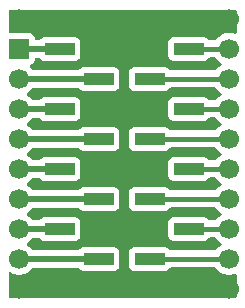
<source format=gbl>
G04 #@! TF.GenerationSoftware,KiCad,Pcbnew,9.0.6*
G04 #@! TF.CreationDate,2026-01-02T14:07:03-06:00*
G04 #@! TF.ProjectId,QFN-16_3x3,51464e2d-3136-45f3-9378-332e6b696361,rev?*
G04 #@! TF.SameCoordinates,Original*
G04 #@! TF.FileFunction,Copper,L2,Bot*
G04 #@! TF.FilePolarity,Positive*
%FSLAX46Y46*%
G04 Gerber Fmt 4.6, Leading zero omitted, Abs format (unit mm)*
G04 Created by KiCad (PCBNEW 9.0.6) date 2026-01-02 14:07:03*
%MOMM*%
%LPD*%
G01*
G04 APERTURE LIST*
G04 Aperture macros list*
%AMRotRect*
0 Rectangle, with rotation*
0 The origin of the aperture is its center*
0 $1 length*
0 $2 width*
0 $3 Rotation angle, in degrees counterclockwise*
0 Add horizontal line*
21,1,$1,$2,0,0,$3*%
G04 Aperture macros list end*
G04 #@! TA.AperFunction,HeatsinkPad*
%ADD10C,0.500000*%
G04 #@! TD*
G04 #@! TA.AperFunction,HeatsinkPad*
%ADD11RotRect,1.700000X1.700000X315.000000*%
G04 #@! TD*
G04 #@! TA.AperFunction,ComponentPad*
%ADD12C,1.700000*%
G04 #@! TD*
G04 #@! TA.AperFunction,ComponentPad*
%ADD13R,1.700000X1.700000*%
G04 #@! TD*
G04 #@! TA.AperFunction,SMDPad,CuDef*
%ADD14R,2.510000X1.000000*%
G04 #@! TD*
G04 #@! TA.AperFunction,ViaPad*
%ADD15C,0.600000*%
G04 #@! TD*
G04 #@! TA.AperFunction,Conductor*
%ADD16C,0.450000*%
G04 #@! TD*
G04 #@! TA.AperFunction,Conductor*
%ADD17C,0.500000*%
G04 #@! TD*
G04 APERTURE END LIST*
D10*
X130810000Y-116174436D03*
X129961472Y-117022964D03*
D11*
X130810000Y-117022964D03*
D10*
X131658528Y-117022964D03*
X130810000Y-117871492D03*
D12*
X121920000Y-109220000D03*
D13*
X121920000Y-111760000D03*
D12*
X121920000Y-114299999D03*
X121920000Y-116840000D03*
X121920000Y-119380000D03*
X121920000Y-121920000D03*
X121920000Y-124460000D03*
X121920000Y-127000001D03*
X121920000Y-129540000D03*
X121920000Y-132080000D03*
X139700000Y-109220001D03*
X139700000Y-111760001D03*
X139700000Y-114300001D03*
X139700000Y-116840001D03*
X139700000Y-119380001D03*
X139700000Y-121920001D03*
X139700000Y-124460001D03*
X139700000Y-127000001D03*
X139700000Y-129540001D03*
X139700000Y-132080001D03*
D14*
X128655000Y-109220000D03*
X125345000Y-111760000D03*
X128655000Y-114300000D03*
X125345000Y-116840000D03*
X128655000Y-119380000D03*
X125345000Y-121920000D03*
X128655000Y-124460000D03*
X125345000Y-127000000D03*
X128655000Y-129540000D03*
X125345000Y-132080000D03*
X132965000Y-109220000D03*
X136275000Y-111760000D03*
X132965000Y-114300000D03*
X136275000Y-116840000D03*
X132965000Y-119380000D03*
X136275000Y-121920000D03*
X132965000Y-124460000D03*
X136275000Y-127000000D03*
X132965000Y-129540000D03*
X136275000Y-132080000D03*
D15*
X130810000Y-127000000D03*
X130810000Y-114427000D03*
X130810000Y-119634000D03*
D16*
X136275000Y-127000000D02*
X139699999Y-127000000D01*
X139699999Y-127000000D02*
X139700000Y-127000001D01*
D17*
X124610000Y-116840000D02*
X121920000Y-116840000D01*
X121920000Y-124460000D02*
X127920000Y-124460000D01*
X121920000Y-129540000D02*
X127920000Y-129540000D01*
X124610000Y-111760000D02*
X121920000Y-111760000D01*
X121920001Y-127000000D02*
X121920000Y-127000001D01*
X124610000Y-127000000D02*
X121920001Y-127000000D01*
X121920000Y-114299999D02*
X127919999Y-114299999D01*
X127919999Y-114299999D02*
X127920000Y-114300000D01*
D16*
X139699999Y-129540000D02*
X139700000Y-129540001D01*
X132965000Y-129540000D02*
X139699999Y-129540000D01*
X136275000Y-116840000D02*
X139699999Y-116840000D01*
X139699999Y-116840000D02*
X139700000Y-116840001D01*
X136275000Y-111760000D02*
X139699999Y-111760000D01*
X139699999Y-111760000D02*
X139700000Y-111760001D01*
X132965000Y-114300000D02*
X139699999Y-114300000D01*
X139699999Y-114300000D02*
X139700000Y-114300001D01*
X136275000Y-132080000D02*
X139699999Y-132080000D01*
D17*
X124610000Y-132080000D02*
X121920000Y-132080000D01*
D16*
X132965000Y-109220000D02*
X139699999Y-109220000D01*
D17*
X127920000Y-109220000D02*
X121920000Y-109220000D01*
D16*
X139699999Y-132080000D02*
X139700000Y-132080001D01*
X139699999Y-109220000D02*
X139700000Y-109220001D01*
D17*
X124610000Y-121920000D02*
X121920000Y-121920000D01*
X121920000Y-119380000D02*
X127920000Y-119380000D01*
D16*
X132965000Y-119380000D02*
X139699999Y-119380000D01*
X139699999Y-119380000D02*
X139700000Y-119380001D01*
X139699999Y-121920000D02*
X139700000Y-121920001D01*
X136275000Y-121920000D02*
X139699999Y-121920000D01*
X139699999Y-124460000D02*
X139700000Y-124460001D01*
X132965000Y-124460000D02*
X139699999Y-124460000D01*
G04 #@! TA.AperFunction,Conductor*
G36*
X140284538Y-108473544D02*
G01*
X140330293Y-108526348D01*
X140341499Y-108577859D01*
X140341499Y-110377766D01*
X140321814Y-110444805D01*
X140269010Y-110490560D01*
X140199852Y-110500504D01*
X140179181Y-110495697D01*
X140016240Y-110442754D01*
X139846739Y-110415908D01*
X139806287Y-110409501D01*
X139593713Y-110409501D01*
X139553261Y-110415908D01*
X139383760Y-110442754D01*
X139181585Y-110508445D01*
X138992179Y-110604952D01*
X138820213Y-110729891D01*
X138669892Y-110880212D01*
X138594936Y-110983384D01*
X138539606Y-111026051D01*
X138494617Y-111034500D01*
X138048465Y-111034500D01*
X137981426Y-111014815D01*
X137949198Y-110984811D01*
X137948130Y-110983384D01*
X137887546Y-110902454D01*
X137833679Y-110862129D01*
X137772335Y-110816206D01*
X137772328Y-110816202D01*
X137637482Y-110765908D01*
X137637483Y-110765908D01*
X137577883Y-110759501D01*
X137577881Y-110759500D01*
X137577873Y-110759500D01*
X137577864Y-110759500D01*
X134972129Y-110759500D01*
X134972123Y-110759501D01*
X134912516Y-110765908D01*
X134777671Y-110816202D01*
X134777664Y-110816206D01*
X134662455Y-110902452D01*
X134662452Y-110902455D01*
X134576206Y-111017664D01*
X134576202Y-111017671D01*
X134525908Y-111152517D01*
X134519501Y-111212116D01*
X134519501Y-111212123D01*
X134519500Y-111212135D01*
X134519500Y-112307870D01*
X134519501Y-112307876D01*
X134525908Y-112367483D01*
X134576202Y-112502328D01*
X134576206Y-112502335D01*
X134662452Y-112617544D01*
X134662455Y-112617547D01*
X134777664Y-112703793D01*
X134777671Y-112703797D01*
X134912517Y-112754091D01*
X134912516Y-112754091D01*
X134919444Y-112754835D01*
X134972127Y-112760500D01*
X137577872Y-112760499D01*
X137637483Y-112754091D01*
X137772331Y-112703796D01*
X137887546Y-112617546D01*
X137949199Y-112535188D01*
X138005132Y-112493318D01*
X138048465Y-112485500D01*
X138494615Y-112485500D01*
X138561654Y-112505185D01*
X138594931Y-112536612D01*
X138653734Y-112617548D01*
X138669896Y-112639793D01*
X138820213Y-112790110D01*
X138992182Y-112915051D01*
X139000946Y-112919517D01*
X139051742Y-112967492D01*
X139068536Y-113035313D01*
X139045998Y-113101448D01*
X139000946Y-113140485D01*
X138992182Y-113144950D01*
X138820213Y-113269891D01*
X138669892Y-113420212D01*
X138594936Y-113523384D01*
X138539606Y-113566051D01*
X138494617Y-113574500D01*
X134738465Y-113574500D01*
X134671426Y-113554815D01*
X134639198Y-113524811D01*
X134638130Y-113523384D01*
X134577546Y-113442454D01*
X134547828Y-113420207D01*
X134462335Y-113356206D01*
X134462328Y-113356202D01*
X134327482Y-113305908D01*
X134327483Y-113305908D01*
X134267883Y-113299501D01*
X134267881Y-113299500D01*
X134267873Y-113299500D01*
X134267864Y-113299500D01*
X131662129Y-113299500D01*
X131662123Y-113299501D01*
X131602516Y-113305908D01*
X131467671Y-113356202D01*
X131467664Y-113356206D01*
X131352455Y-113442452D01*
X131352452Y-113442455D01*
X131266206Y-113557664D01*
X131266202Y-113557671D01*
X131215908Y-113692517D01*
X131209501Y-113752116D01*
X131209501Y-113752123D01*
X131209500Y-113752135D01*
X131209500Y-114847870D01*
X131209501Y-114847876D01*
X131215908Y-114907483D01*
X131266202Y-115042328D01*
X131266206Y-115042335D01*
X131352452Y-115157544D01*
X131352455Y-115157547D01*
X131467664Y-115243793D01*
X131467671Y-115243797D01*
X131602517Y-115294091D01*
X131602516Y-115294091D01*
X131609444Y-115294835D01*
X131662127Y-115300500D01*
X134267872Y-115300499D01*
X134327483Y-115294091D01*
X134462331Y-115243796D01*
X134577546Y-115157546D01*
X134639199Y-115075188D01*
X134695132Y-115033318D01*
X134738465Y-115025500D01*
X138494615Y-115025500D01*
X138561654Y-115045185D01*
X138594931Y-115076612D01*
X138669892Y-115179787D01*
X138669896Y-115179793D01*
X138820213Y-115330110D01*
X138992182Y-115455051D01*
X139000946Y-115459517D01*
X139051742Y-115507492D01*
X139068536Y-115575313D01*
X139045998Y-115641448D01*
X139000946Y-115680485D01*
X138992182Y-115684950D01*
X138820213Y-115809891D01*
X138669892Y-115960212D01*
X138594936Y-116063384D01*
X138539606Y-116106051D01*
X138494617Y-116114500D01*
X138048465Y-116114500D01*
X137981426Y-116094815D01*
X137949198Y-116064811D01*
X137948130Y-116063384D01*
X137887546Y-115982454D01*
X137857829Y-115960208D01*
X137772335Y-115896206D01*
X137772328Y-115896202D01*
X137637482Y-115845908D01*
X137637483Y-115845908D01*
X137577883Y-115839501D01*
X137577881Y-115839500D01*
X137577873Y-115839500D01*
X137577864Y-115839500D01*
X134972129Y-115839500D01*
X134972123Y-115839501D01*
X134912516Y-115845908D01*
X134777671Y-115896202D01*
X134777664Y-115896206D01*
X134662455Y-115982452D01*
X134662452Y-115982455D01*
X134576206Y-116097664D01*
X134576202Y-116097671D01*
X134525908Y-116232517D01*
X134519501Y-116292116D01*
X134519501Y-116292123D01*
X134519500Y-116292135D01*
X134519500Y-117387870D01*
X134519501Y-117387876D01*
X134525908Y-117447483D01*
X134576202Y-117582328D01*
X134576206Y-117582335D01*
X134662452Y-117697544D01*
X134662455Y-117697547D01*
X134777664Y-117783793D01*
X134777671Y-117783797D01*
X134912517Y-117834091D01*
X134912516Y-117834091D01*
X134919444Y-117834835D01*
X134972127Y-117840500D01*
X137577872Y-117840499D01*
X137637483Y-117834091D01*
X137772331Y-117783796D01*
X137887546Y-117697546D01*
X137949199Y-117615188D01*
X138005132Y-117573318D01*
X138048465Y-117565500D01*
X138494615Y-117565500D01*
X138561654Y-117585185D01*
X138594931Y-117616612D01*
X138653734Y-117697548D01*
X138669896Y-117719793D01*
X138820213Y-117870110D01*
X138992182Y-117995051D01*
X139000946Y-117999517D01*
X139051742Y-118047492D01*
X139068536Y-118115313D01*
X139045998Y-118181448D01*
X139000946Y-118220485D01*
X138992182Y-118224950D01*
X138820213Y-118349891D01*
X138669892Y-118500212D01*
X138594936Y-118603384D01*
X138539606Y-118646051D01*
X138494617Y-118654500D01*
X134738465Y-118654500D01*
X134671426Y-118634815D01*
X134639198Y-118604811D01*
X134638130Y-118603384D01*
X134577546Y-118522454D01*
X134547829Y-118500208D01*
X134462335Y-118436206D01*
X134462328Y-118436202D01*
X134327482Y-118385908D01*
X134327483Y-118385908D01*
X134267883Y-118379501D01*
X134267881Y-118379500D01*
X134267873Y-118379500D01*
X134267864Y-118379500D01*
X131662129Y-118379500D01*
X131662123Y-118379501D01*
X131602516Y-118385908D01*
X131467671Y-118436202D01*
X131467664Y-118436206D01*
X131352455Y-118522452D01*
X131352452Y-118522455D01*
X131266206Y-118637664D01*
X131266202Y-118637671D01*
X131215908Y-118772517D01*
X131209501Y-118832116D01*
X131209501Y-118832123D01*
X131209500Y-118832135D01*
X131209500Y-119927870D01*
X131209501Y-119927876D01*
X131215908Y-119987483D01*
X131266202Y-120122328D01*
X131266206Y-120122335D01*
X131352452Y-120237544D01*
X131352455Y-120237547D01*
X131467664Y-120323793D01*
X131467671Y-120323797D01*
X131602517Y-120374091D01*
X131602516Y-120374091D01*
X131609444Y-120374835D01*
X131662127Y-120380500D01*
X134267872Y-120380499D01*
X134327483Y-120374091D01*
X134462331Y-120323796D01*
X134577546Y-120237546D01*
X134639199Y-120155188D01*
X134695132Y-120113318D01*
X134738465Y-120105500D01*
X138494615Y-120105500D01*
X138561654Y-120125185D01*
X138594931Y-120156612D01*
X138653734Y-120237548D01*
X138669896Y-120259793D01*
X138820213Y-120410110D01*
X138992182Y-120535051D01*
X139000946Y-120539517D01*
X139051742Y-120587492D01*
X139068536Y-120655313D01*
X139045998Y-120721448D01*
X139000946Y-120760485D01*
X138992182Y-120764950D01*
X138820213Y-120889891D01*
X138669892Y-121040212D01*
X138594936Y-121143384D01*
X138539606Y-121186051D01*
X138494617Y-121194500D01*
X138048465Y-121194500D01*
X137981426Y-121174815D01*
X137949198Y-121144811D01*
X137948130Y-121143384D01*
X137887546Y-121062454D01*
X137857829Y-121040208D01*
X137772335Y-120976206D01*
X137772328Y-120976202D01*
X137637482Y-120925908D01*
X137637483Y-120925908D01*
X137577883Y-120919501D01*
X137577881Y-120919500D01*
X137577873Y-120919500D01*
X137577864Y-120919500D01*
X134972129Y-120919500D01*
X134972123Y-120919501D01*
X134912516Y-120925908D01*
X134777671Y-120976202D01*
X134777664Y-120976206D01*
X134662455Y-121062452D01*
X134662452Y-121062455D01*
X134576206Y-121177664D01*
X134576202Y-121177671D01*
X134525908Y-121312517D01*
X134519501Y-121372116D01*
X134519501Y-121372123D01*
X134519500Y-121372135D01*
X134519500Y-122467870D01*
X134519501Y-122467876D01*
X134525908Y-122527483D01*
X134576202Y-122662328D01*
X134576206Y-122662335D01*
X134662452Y-122777544D01*
X134662455Y-122777547D01*
X134777664Y-122863793D01*
X134777671Y-122863797D01*
X134912517Y-122914091D01*
X134912516Y-122914091D01*
X134919444Y-122914835D01*
X134972127Y-122920500D01*
X137577872Y-122920499D01*
X137637483Y-122914091D01*
X137772331Y-122863796D01*
X137887546Y-122777546D01*
X137949199Y-122695188D01*
X138005132Y-122653318D01*
X138048465Y-122645500D01*
X138494615Y-122645500D01*
X138561654Y-122665185D01*
X138594931Y-122696612D01*
X138653734Y-122777548D01*
X138669896Y-122799793D01*
X138820213Y-122950110D01*
X138992182Y-123075051D01*
X139000946Y-123079517D01*
X139051742Y-123127492D01*
X139068536Y-123195313D01*
X139045998Y-123261448D01*
X139000946Y-123300485D01*
X138992182Y-123304950D01*
X138820213Y-123429891D01*
X138669892Y-123580212D01*
X138594936Y-123683384D01*
X138539606Y-123726051D01*
X138494617Y-123734500D01*
X134738465Y-123734500D01*
X134671426Y-123714815D01*
X134639198Y-123684811D01*
X134638130Y-123683384D01*
X134577546Y-123602454D01*
X134547829Y-123580208D01*
X134462335Y-123516206D01*
X134462328Y-123516202D01*
X134327482Y-123465908D01*
X134327483Y-123465908D01*
X134267883Y-123459501D01*
X134267881Y-123459500D01*
X134267873Y-123459500D01*
X134267864Y-123459500D01*
X131662129Y-123459500D01*
X131662123Y-123459501D01*
X131602516Y-123465908D01*
X131467671Y-123516202D01*
X131467664Y-123516206D01*
X131352455Y-123602452D01*
X131352452Y-123602455D01*
X131266206Y-123717664D01*
X131266202Y-123717671D01*
X131215908Y-123852517D01*
X131209501Y-123912116D01*
X131209501Y-123912123D01*
X131209500Y-123912135D01*
X131209500Y-125007870D01*
X131209501Y-125007876D01*
X131215908Y-125067483D01*
X131266202Y-125202328D01*
X131266206Y-125202335D01*
X131352452Y-125317544D01*
X131352455Y-125317547D01*
X131467664Y-125403793D01*
X131467671Y-125403797D01*
X131602517Y-125454091D01*
X131602516Y-125454091D01*
X131609444Y-125454835D01*
X131662127Y-125460500D01*
X134267872Y-125460499D01*
X134327483Y-125454091D01*
X134462331Y-125403796D01*
X134577546Y-125317546D01*
X134639199Y-125235188D01*
X134695132Y-125193318D01*
X134738465Y-125185500D01*
X138494615Y-125185500D01*
X138561654Y-125205185D01*
X138594931Y-125236612D01*
X138653734Y-125317548D01*
X138669896Y-125339793D01*
X138820213Y-125490110D01*
X138992182Y-125615051D01*
X139000946Y-125619517D01*
X139051742Y-125667492D01*
X139068536Y-125735313D01*
X139045998Y-125801448D01*
X139000946Y-125840485D01*
X138992182Y-125844950D01*
X138820213Y-125969891D01*
X138669892Y-126120212D01*
X138594936Y-126223384D01*
X138539606Y-126266051D01*
X138494617Y-126274500D01*
X138048465Y-126274500D01*
X137981426Y-126254815D01*
X137949198Y-126224811D01*
X137948130Y-126223384D01*
X137887546Y-126142454D01*
X137857831Y-126120209D01*
X137772335Y-126056206D01*
X137772328Y-126056202D01*
X137637482Y-126005908D01*
X137637483Y-126005908D01*
X137577883Y-125999501D01*
X137577881Y-125999500D01*
X137577873Y-125999500D01*
X137577864Y-125999500D01*
X134972129Y-125999500D01*
X134972123Y-125999501D01*
X134912516Y-126005908D01*
X134777671Y-126056202D01*
X134777664Y-126056206D01*
X134662455Y-126142452D01*
X134662452Y-126142455D01*
X134576206Y-126257664D01*
X134576202Y-126257671D01*
X134525908Y-126392517D01*
X134519501Y-126452116D01*
X134519501Y-126452123D01*
X134519500Y-126452135D01*
X134519500Y-127547870D01*
X134519501Y-127547876D01*
X134525908Y-127607483D01*
X134576202Y-127742328D01*
X134576206Y-127742335D01*
X134662452Y-127857544D01*
X134662455Y-127857547D01*
X134777664Y-127943793D01*
X134777671Y-127943797D01*
X134912517Y-127994091D01*
X134912516Y-127994091D01*
X134919444Y-127994835D01*
X134972127Y-128000500D01*
X137577872Y-128000499D01*
X137637483Y-127994091D01*
X137772331Y-127943796D01*
X137887546Y-127857546D01*
X137949199Y-127775188D01*
X138005132Y-127733318D01*
X138048465Y-127725500D01*
X138494615Y-127725500D01*
X138561654Y-127745185D01*
X138594931Y-127776612D01*
X138653734Y-127857548D01*
X138669896Y-127879793D01*
X138820213Y-128030110D01*
X138992182Y-128155051D01*
X139000946Y-128159517D01*
X139051742Y-128207492D01*
X139068536Y-128275313D01*
X139045998Y-128341448D01*
X139000946Y-128380485D01*
X138992182Y-128384950D01*
X138820213Y-128509891D01*
X138669892Y-128660212D01*
X138594936Y-128763384D01*
X138539606Y-128806051D01*
X138494617Y-128814500D01*
X134738465Y-128814500D01*
X134671426Y-128794815D01*
X134639198Y-128764811D01*
X134638130Y-128763384D01*
X134577546Y-128682454D01*
X134547829Y-128660208D01*
X134462335Y-128596206D01*
X134462328Y-128596202D01*
X134327482Y-128545908D01*
X134327483Y-128545908D01*
X134267883Y-128539501D01*
X134267881Y-128539500D01*
X134267873Y-128539500D01*
X134267864Y-128539500D01*
X131662129Y-128539500D01*
X131662123Y-128539501D01*
X131602516Y-128545908D01*
X131467671Y-128596202D01*
X131467664Y-128596206D01*
X131352455Y-128682452D01*
X131352452Y-128682455D01*
X131266206Y-128797664D01*
X131266202Y-128797671D01*
X131215908Y-128932517D01*
X131209501Y-128992116D01*
X131209501Y-128992123D01*
X131209500Y-128992135D01*
X131209500Y-130087870D01*
X131209501Y-130087876D01*
X131215908Y-130147483D01*
X131266202Y-130282328D01*
X131266206Y-130282335D01*
X131352452Y-130397544D01*
X131352455Y-130397547D01*
X131467664Y-130483793D01*
X131467671Y-130483797D01*
X131602517Y-130534091D01*
X131602516Y-130534091D01*
X131609444Y-130534835D01*
X131662127Y-130540500D01*
X134267872Y-130540499D01*
X134327483Y-130534091D01*
X134462331Y-130483796D01*
X134577546Y-130397546D01*
X134639199Y-130315188D01*
X134695132Y-130273318D01*
X134738465Y-130265500D01*
X138494615Y-130265500D01*
X138561654Y-130285185D01*
X138594931Y-130316612D01*
X138653734Y-130397548D01*
X138669896Y-130419793D01*
X138820213Y-130570110D01*
X138992179Y-130695049D01*
X138992181Y-130695050D01*
X138992184Y-130695052D01*
X139181588Y-130791558D01*
X139383757Y-130857247D01*
X139593713Y-130890501D01*
X139593714Y-130890501D01*
X139806286Y-130890501D01*
X139806287Y-130890501D01*
X140016243Y-130857247D01*
X140179184Y-130804303D01*
X140249022Y-130802309D01*
X140308855Y-130838389D01*
X140339683Y-130901090D01*
X140341499Y-130922235D01*
X140341499Y-132728859D01*
X140321814Y-132795898D01*
X140269010Y-132841653D01*
X140217499Y-132852859D01*
X121146499Y-132852859D01*
X121079460Y-132833174D01*
X121033705Y-132780370D01*
X121022499Y-132728859D01*
X121022499Y-130800230D01*
X121042184Y-130733191D01*
X121094988Y-130687436D01*
X121164146Y-130677492D01*
X121207662Y-130693193D01*
X121207843Y-130692839D01*
X121210667Y-130694277D01*
X121211288Y-130694502D01*
X121212182Y-130695049D01*
X121212184Y-130695051D01*
X121401588Y-130791557D01*
X121603757Y-130857246D01*
X121813713Y-130890500D01*
X121813714Y-130890500D01*
X122026286Y-130890500D01*
X122026287Y-130890500D01*
X122236243Y-130857246D01*
X122438412Y-130791557D01*
X122627816Y-130695051D01*
X122651984Y-130677492D01*
X122799786Y-130570109D01*
X122799788Y-130570106D01*
X122799792Y-130570104D01*
X122950104Y-130419792D01*
X122966266Y-130397547D01*
X123006903Y-130341615D01*
X123062233Y-130298949D01*
X123107221Y-130290500D01*
X126900249Y-130290500D01*
X126967288Y-130310185D01*
X126999515Y-130340188D01*
X127042451Y-130397542D01*
X127042454Y-130397546D01*
X127042457Y-130397548D01*
X127157664Y-130483793D01*
X127157671Y-130483797D01*
X127292517Y-130534091D01*
X127292516Y-130534091D01*
X127299444Y-130534835D01*
X127352127Y-130540500D01*
X129957872Y-130540499D01*
X130017483Y-130534091D01*
X130152331Y-130483796D01*
X130267546Y-130397546D01*
X130353796Y-130282331D01*
X130404091Y-130147483D01*
X130410500Y-130087873D01*
X130410499Y-128992128D01*
X130404091Y-128932517D01*
X130356922Y-128806051D01*
X130353797Y-128797671D01*
X130353793Y-128797664D01*
X130267547Y-128682455D01*
X130267544Y-128682452D01*
X130152335Y-128596206D01*
X130152328Y-128596202D01*
X130017482Y-128545908D01*
X130017483Y-128545908D01*
X129957883Y-128539501D01*
X129957881Y-128539500D01*
X129957873Y-128539500D01*
X129957864Y-128539500D01*
X127352129Y-128539500D01*
X127352123Y-128539501D01*
X127292516Y-128545908D01*
X127157671Y-128596202D01*
X127157664Y-128596206D01*
X127042457Y-128682451D01*
X127042451Y-128682457D01*
X126999515Y-128739812D01*
X126943581Y-128781682D01*
X126900249Y-128789500D01*
X123107221Y-128789500D01*
X123040182Y-128769815D01*
X123006903Y-128738385D01*
X122950107Y-128660211D01*
X122799786Y-128509890D01*
X122627817Y-128384949D01*
X122619054Y-128380484D01*
X122568258Y-128332509D01*
X122551464Y-128264688D01*
X122574002Y-128198553D01*
X122619058Y-128159514D01*
X122627816Y-128155052D01*
X122649789Y-128139087D01*
X122799786Y-128030110D01*
X122799788Y-128030107D01*
X122799792Y-128030105D01*
X122950104Y-127879793D01*
X122950106Y-127879789D01*
X122950109Y-127879787D01*
X123006904Y-127801615D01*
X123062233Y-127758949D01*
X123107222Y-127750500D01*
X123590249Y-127750500D01*
X123657288Y-127770185D01*
X123689515Y-127800188D01*
X123732451Y-127857542D01*
X123732454Y-127857546D01*
X123732457Y-127857548D01*
X123847664Y-127943793D01*
X123847671Y-127943797D01*
X123982517Y-127994091D01*
X123982516Y-127994091D01*
X123989444Y-127994835D01*
X124042127Y-128000500D01*
X126647872Y-128000499D01*
X126707483Y-127994091D01*
X126842331Y-127943796D01*
X126957546Y-127857546D01*
X127043796Y-127742331D01*
X127094091Y-127607483D01*
X127100500Y-127547873D01*
X127100499Y-126452128D01*
X127094091Y-126392517D01*
X127046922Y-126266051D01*
X127043797Y-126257671D01*
X127043793Y-126257664D01*
X126957547Y-126142455D01*
X126957544Y-126142452D01*
X126842335Y-126056206D01*
X126842328Y-126056202D01*
X126707482Y-126005908D01*
X126707483Y-126005908D01*
X126647883Y-125999501D01*
X126647881Y-125999500D01*
X126647873Y-125999500D01*
X126647864Y-125999500D01*
X124042129Y-125999500D01*
X124042123Y-125999501D01*
X123982516Y-126005908D01*
X123847671Y-126056202D01*
X123847664Y-126056206D01*
X123732457Y-126142451D01*
X123732451Y-126142457D01*
X123689515Y-126199812D01*
X123633581Y-126241682D01*
X123590249Y-126249500D01*
X123107220Y-126249500D01*
X123040181Y-126229815D01*
X123006901Y-126198384D01*
X122950107Y-126120212D01*
X122799786Y-125969891D01*
X122627817Y-125844950D01*
X122619052Y-125840484D01*
X122568257Y-125792509D01*
X122551462Y-125724688D01*
X122574000Y-125658553D01*
X122619056Y-125619514D01*
X122627816Y-125615051D01*
X122627818Y-125615049D01*
X122627821Y-125615048D01*
X122799786Y-125490109D01*
X122799788Y-125490106D01*
X122799792Y-125490104D01*
X122950104Y-125339792D01*
X122966266Y-125317547D01*
X123006903Y-125261615D01*
X123062233Y-125218949D01*
X123107221Y-125210500D01*
X126900249Y-125210500D01*
X126967288Y-125230185D01*
X126999515Y-125260188D01*
X127042451Y-125317542D01*
X127042454Y-125317546D01*
X127042457Y-125317548D01*
X127157664Y-125403793D01*
X127157671Y-125403797D01*
X127292517Y-125454091D01*
X127292516Y-125454091D01*
X127299444Y-125454835D01*
X127352127Y-125460500D01*
X129957872Y-125460499D01*
X130017483Y-125454091D01*
X130152331Y-125403796D01*
X130267546Y-125317546D01*
X130353796Y-125202331D01*
X130404091Y-125067483D01*
X130410500Y-125007873D01*
X130410499Y-123912128D01*
X130404091Y-123852517D01*
X130356922Y-123726051D01*
X130353797Y-123717671D01*
X130353793Y-123717664D01*
X130267547Y-123602455D01*
X130267544Y-123602452D01*
X130152335Y-123516206D01*
X130152328Y-123516202D01*
X130017482Y-123465908D01*
X130017483Y-123465908D01*
X129957883Y-123459501D01*
X129957881Y-123459500D01*
X129957873Y-123459500D01*
X129957864Y-123459500D01*
X127352129Y-123459500D01*
X127352123Y-123459501D01*
X127292516Y-123465908D01*
X127157671Y-123516202D01*
X127157664Y-123516206D01*
X127042457Y-123602451D01*
X127042451Y-123602457D01*
X126999515Y-123659812D01*
X126943581Y-123701682D01*
X126900249Y-123709500D01*
X123107221Y-123709500D01*
X123040182Y-123689815D01*
X123006903Y-123658385D01*
X122950107Y-123580211D01*
X122799786Y-123429890D01*
X122627820Y-123304951D01*
X122627115Y-123304591D01*
X122619054Y-123300485D01*
X122568259Y-123252512D01*
X122551463Y-123184692D01*
X122573999Y-123118556D01*
X122619054Y-123079515D01*
X122627816Y-123075051D01*
X122649789Y-123059086D01*
X122799786Y-122950109D01*
X122799788Y-122950106D01*
X122799792Y-122950104D01*
X122950104Y-122799792D01*
X122966266Y-122777547D01*
X123006903Y-122721615D01*
X123062233Y-122678949D01*
X123107221Y-122670500D01*
X123590249Y-122670500D01*
X123657288Y-122690185D01*
X123689515Y-122720188D01*
X123732451Y-122777542D01*
X123732454Y-122777546D01*
X123732457Y-122777548D01*
X123847664Y-122863793D01*
X123847671Y-122863797D01*
X123982517Y-122914091D01*
X123982516Y-122914091D01*
X123989444Y-122914835D01*
X124042127Y-122920500D01*
X126647872Y-122920499D01*
X126707483Y-122914091D01*
X126842331Y-122863796D01*
X126957546Y-122777546D01*
X127043796Y-122662331D01*
X127094091Y-122527483D01*
X127100500Y-122467873D01*
X127100499Y-121372128D01*
X127094091Y-121312517D01*
X127046922Y-121186051D01*
X127043797Y-121177671D01*
X127043793Y-121177664D01*
X126957547Y-121062455D01*
X126957544Y-121062452D01*
X126842335Y-120976206D01*
X126842328Y-120976202D01*
X126707482Y-120925908D01*
X126707483Y-120925908D01*
X126647883Y-120919501D01*
X126647881Y-120919500D01*
X126647873Y-120919500D01*
X126647864Y-120919500D01*
X124042129Y-120919500D01*
X124042123Y-120919501D01*
X123982516Y-120925908D01*
X123847671Y-120976202D01*
X123847664Y-120976206D01*
X123732457Y-121062451D01*
X123732451Y-121062457D01*
X123689515Y-121119812D01*
X123633581Y-121161682D01*
X123590249Y-121169500D01*
X123107221Y-121169500D01*
X123040182Y-121149815D01*
X123006903Y-121118385D01*
X122950107Y-121040211D01*
X122799786Y-120889890D01*
X122627820Y-120764951D01*
X122627115Y-120764591D01*
X122619054Y-120760485D01*
X122568259Y-120712512D01*
X122551463Y-120644692D01*
X122573999Y-120578556D01*
X122619054Y-120539515D01*
X122627816Y-120535051D01*
X122649789Y-120519086D01*
X122799786Y-120410109D01*
X122799788Y-120410106D01*
X122799792Y-120410104D01*
X122950104Y-120259792D01*
X122966266Y-120237547D01*
X123006903Y-120181615D01*
X123062233Y-120138949D01*
X123107221Y-120130500D01*
X126900249Y-120130500D01*
X126967288Y-120150185D01*
X126999515Y-120180188D01*
X127042451Y-120237542D01*
X127042454Y-120237546D01*
X127042457Y-120237548D01*
X127157664Y-120323793D01*
X127157671Y-120323797D01*
X127292517Y-120374091D01*
X127292516Y-120374091D01*
X127299444Y-120374835D01*
X127352127Y-120380500D01*
X129957872Y-120380499D01*
X130017483Y-120374091D01*
X130152331Y-120323796D01*
X130267546Y-120237546D01*
X130353796Y-120122331D01*
X130404091Y-119987483D01*
X130410500Y-119927873D01*
X130410499Y-118832128D01*
X130404091Y-118772517D01*
X130356922Y-118646051D01*
X130353797Y-118637671D01*
X130353793Y-118637664D01*
X130267547Y-118522455D01*
X130267544Y-118522452D01*
X130152335Y-118436206D01*
X130152328Y-118436202D01*
X130017482Y-118385908D01*
X130017483Y-118385908D01*
X129957883Y-118379501D01*
X129957881Y-118379500D01*
X129957873Y-118379500D01*
X129957864Y-118379500D01*
X127352129Y-118379500D01*
X127352123Y-118379501D01*
X127292516Y-118385908D01*
X127157671Y-118436202D01*
X127157664Y-118436206D01*
X127042457Y-118522451D01*
X127042451Y-118522457D01*
X126999515Y-118579812D01*
X126943581Y-118621682D01*
X126900249Y-118629500D01*
X123107221Y-118629500D01*
X123040182Y-118609815D01*
X123006903Y-118578385D01*
X122950107Y-118500211D01*
X122799786Y-118349890D01*
X122627820Y-118224951D01*
X122627115Y-118224591D01*
X122619054Y-118220485D01*
X122568259Y-118172512D01*
X122551463Y-118104692D01*
X122573999Y-118038556D01*
X122619054Y-117999515D01*
X122627816Y-117995051D01*
X122649789Y-117979086D01*
X122799786Y-117870109D01*
X122799788Y-117870106D01*
X122799792Y-117870104D01*
X122950104Y-117719792D01*
X122966266Y-117697547D01*
X123006903Y-117641615D01*
X123062233Y-117598949D01*
X123107221Y-117590500D01*
X123590249Y-117590500D01*
X123657288Y-117610185D01*
X123689515Y-117640188D01*
X123732451Y-117697542D01*
X123732454Y-117697546D01*
X123732457Y-117697548D01*
X123847664Y-117783793D01*
X123847671Y-117783797D01*
X123982517Y-117834091D01*
X123982516Y-117834091D01*
X123989444Y-117834835D01*
X124042127Y-117840500D01*
X126647872Y-117840499D01*
X126707483Y-117834091D01*
X126842331Y-117783796D01*
X126957546Y-117697546D01*
X127043796Y-117582331D01*
X127094091Y-117447483D01*
X127100500Y-117387873D01*
X127100499Y-116292128D01*
X127094091Y-116232517D01*
X127046922Y-116106051D01*
X127043797Y-116097671D01*
X127043793Y-116097664D01*
X126957547Y-115982455D01*
X126957544Y-115982452D01*
X126842335Y-115896206D01*
X126842328Y-115896202D01*
X126707482Y-115845908D01*
X126707483Y-115845908D01*
X126647883Y-115839501D01*
X126647881Y-115839500D01*
X126647873Y-115839500D01*
X126647864Y-115839500D01*
X124042129Y-115839500D01*
X124042123Y-115839501D01*
X123982516Y-115845908D01*
X123847671Y-115896202D01*
X123847664Y-115896206D01*
X123732457Y-115982451D01*
X123732451Y-115982457D01*
X123689515Y-116039812D01*
X123633581Y-116081682D01*
X123590249Y-116089500D01*
X123107221Y-116089500D01*
X123040182Y-116069815D01*
X123006903Y-116038385D01*
X122950107Y-115960211D01*
X122799786Y-115809890D01*
X122627817Y-115684949D01*
X122619052Y-115680483D01*
X122568257Y-115632508D01*
X122551462Y-115564687D01*
X122574000Y-115498552D01*
X122619056Y-115459513D01*
X122627816Y-115455050D01*
X122627818Y-115455048D01*
X122627821Y-115455047D01*
X122799786Y-115330108D01*
X122799788Y-115330105D01*
X122799792Y-115330103D01*
X122950104Y-115179791D01*
X122966267Y-115157544D01*
X123006903Y-115101614D01*
X123062233Y-115058948D01*
X123107221Y-115050499D01*
X126900249Y-115050499D01*
X126967288Y-115070184D01*
X126999515Y-115100187D01*
X127042455Y-115157547D01*
X127157664Y-115243793D01*
X127157671Y-115243797D01*
X127292517Y-115294091D01*
X127292516Y-115294091D01*
X127299444Y-115294835D01*
X127352127Y-115300500D01*
X129957872Y-115300499D01*
X130017483Y-115294091D01*
X130152331Y-115243796D01*
X130267546Y-115157546D01*
X130353796Y-115042331D01*
X130404091Y-114907483D01*
X130410500Y-114847873D01*
X130410499Y-113752128D01*
X130404091Y-113692517D01*
X130356922Y-113566051D01*
X130353797Y-113557671D01*
X130353793Y-113557664D01*
X130267547Y-113442455D01*
X130267544Y-113442452D01*
X130152335Y-113356206D01*
X130152328Y-113356202D01*
X130017482Y-113305908D01*
X130017483Y-113305908D01*
X129957883Y-113299501D01*
X129957881Y-113299500D01*
X129957873Y-113299500D01*
X129957864Y-113299500D01*
X127352129Y-113299500D01*
X127352123Y-113299501D01*
X127292516Y-113305908D01*
X127157671Y-113356202D01*
X127157664Y-113356206D01*
X127042456Y-113442452D01*
X127042455Y-113442453D01*
X127042454Y-113442454D01*
X126999516Y-113499811D01*
X126943584Y-113541681D01*
X126900251Y-113549499D01*
X123107221Y-113549499D01*
X123040182Y-113529814D01*
X123006903Y-113498384D01*
X122950107Y-113420210D01*
X122836570Y-113306673D01*
X122803085Y-113245350D01*
X122808069Y-113175658D01*
X122849941Y-113119725D01*
X122880918Y-113102810D01*
X123012328Y-113053797D01*
X123012327Y-113053797D01*
X123012331Y-113053796D01*
X123127546Y-112967546D01*
X123213796Y-112852331D01*
X123264091Y-112717483D01*
X123270500Y-112657873D01*
X123270500Y-112634500D01*
X123273050Y-112625814D01*
X123271762Y-112616853D01*
X123282740Y-112592812D01*
X123290185Y-112567461D01*
X123297025Y-112561533D01*
X123300787Y-112553297D01*
X123323021Y-112539007D01*
X123342989Y-112521706D01*
X123353503Y-112519418D01*
X123359565Y-112515523D01*
X123394500Y-112510500D01*
X123590249Y-112510500D01*
X123657288Y-112530185D01*
X123689515Y-112560188D01*
X123690522Y-112561533D01*
X123732454Y-112617546D01*
X123732457Y-112617548D01*
X123847664Y-112703793D01*
X123847671Y-112703797D01*
X123982517Y-112754091D01*
X123982516Y-112754091D01*
X123989444Y-112754835D01*
X124042127Y-112760500D01*
X126647872Y-112760499D01*
X126707483Y-112754091D01*
X126842331Y-112703796D01*
X126957546Y-112617546D01*
X127043796Y-112502331D01*
X127094091Y-112367483D01*
X127100500Y-112307873D01*
X127100499Y-111212128D01*
X127094091Y-111152517D01*
X127046922Y-111026051D01*
X127043797Y-111017671D01*
X127043793Y-111017664D01*
X126957547Y-110902455D01*
X126957544Y-110902452D01*
X126842335Y-110816206D01*
X126842328Y-110816202D01*
X126707482Y-110765908D01*
X126707483Y-110765908D01*
X126647883Y-110759501D01*
X126647881Y-110759500D01*
X126647873Y-110759500D01*
X126647864Y-110759500D01*
X124042129Y-110759500D01*
X124042123Y-110759501D01*
X123982516Y-110765908D01*
X123847671Y-110816202D01*
X123847664Y-110816206D01*
X123732457Y-110902451D01*
X123732451Y-110902457D01*
X123689515Y-110959812D01*
X123685859Y-110962548D01*
X123683962Y-110966703D01*
X123658144Y-110983294D01*
X123633581Y-111001682D01*
X123627953Y-111002697D01*
X123625184Y-111004477D01*
X123590249Y-111009500D01*
X123394499Y-111009500D01*
X123327460Y-110989815D01*
X123281705Y-110937011D01*
X123270499Y-110885500D01*
X123270499Y-110862129D01*
X123270498Y-110862123D01*
X123264091Y-110802516D01*
X123213797Y-110667671D01*
X123213793Y-110667664D01*
X123127547Y-110552455D01*
X123127544Y-110552452D01*
X123012335Y-110466206D01*
X123012328Y-110466202D01*
X122877482Y-110415908D01*
X122877483Y-110415908D01*
X122817883Y-110409501D01*
X122817881Y-110409500D01*
X122817873Y-110409500D01*
X122817865Y-110409500D01*
X121146499Y-110409500D01*
X121079460Y-110389815D01*
X121033705Y-110337011D01*
X121022499Y-110285500D01*
X121022499Y-108577859D01*
X121042184Y-108510820D01*
X121094988Y-108465065D01*
X121146499Y-108453859D01*
X140217499Y-108453859D01*
X140284538Y-108473544D01*
G37*
G04 #@! TD.AperFunction*
M02*

</source>
